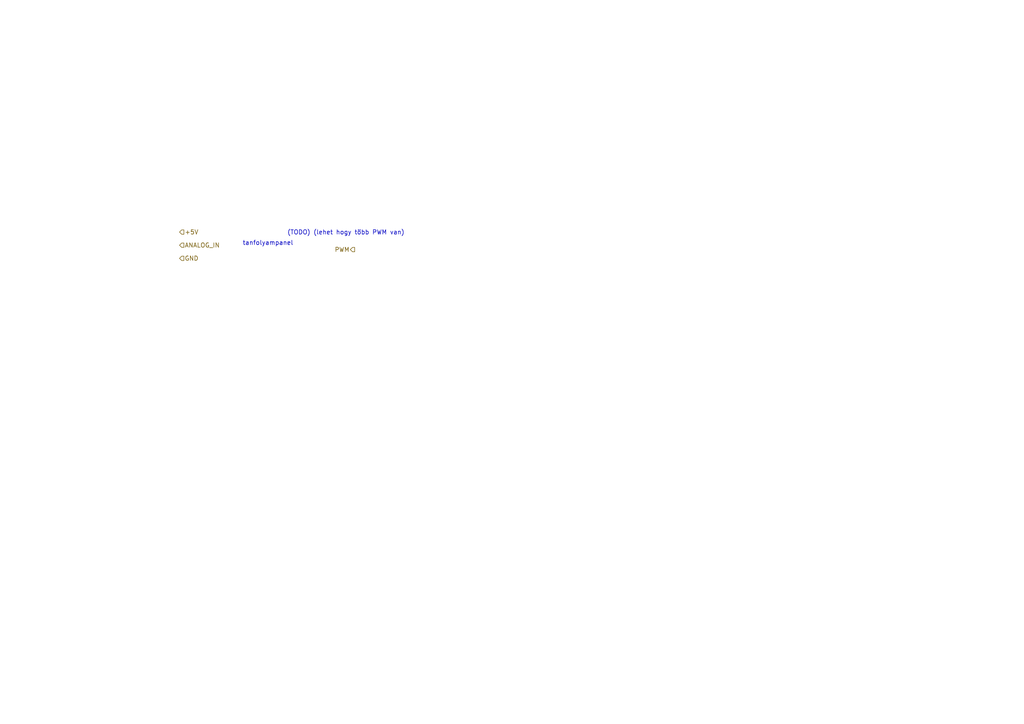
<source format=kicad_sch>
(kicad_sch
	(version 20250114)
	(generator "eeschema")
	(generator_version "9.0")
	(uuid "45ed4215-b4a5-4bc8-9f28-0c645a5f2f1b")
	(paper "A4")
	(lib_symbols)
	(text "tanfolyampanel"
		(exclude_from_sim no)
		(at 77.724 70.612 0)
		(effects
			(font
				(size 1.27 1.27)
			)
		)
		(uuid "7b6741a9-020d-456b-9488-8cdb38d56290")
	)
	(text "(TODO) (lehet hogy több PWM van)"
		(exclude_from_sim no)
		(at 100.33 67.564 0)
		(effects
			(font
				(size 1.27 1.27)
			)
		)
		(uuid "a3279b30-2950-452e-a5bf-1ec406db8be7")
	)
	(hierarchical_label "ANALOG_IN"
		(shape input)
		(at 52.07 71.12 0)
		(effects
			(font
				(size 1.27 1.27)
			)
			(justify left)
		)
		(uuid "212d5774-b547-4660-93e5-f075daad3f61")
	)
	(hierarchical_label "+5V"
		(shape input)
		(at 52.07 67.31 0)
		(effects
			(font
				(size 1.27 1.27)
			)
			(justify left)
		)
		(uuid "e524200d-0dfb-4355-b7ec-3f3ab4185ea3")
	)
	(hierarchical_label "PWM"
		(shape output)
		(at 102.87 72.39 180)
		(effects
			(font
				(size 1.27 1.27)
			)
			(justify right)
		)
		(uuid "ed30717f-70a4-4ad7-aaf4-744f04492100")
	)
	(hierarchical_label "GND"
		(shape input)
		(at 52.07 74.93 0)
		(effects
			(font
				(size 1.27 1.27)
			)
			(justify left)
		)
		(uuid "ff5e57db-7ec5-4cac-afef-edf8fa6d8e25")
	)
)

</source>
